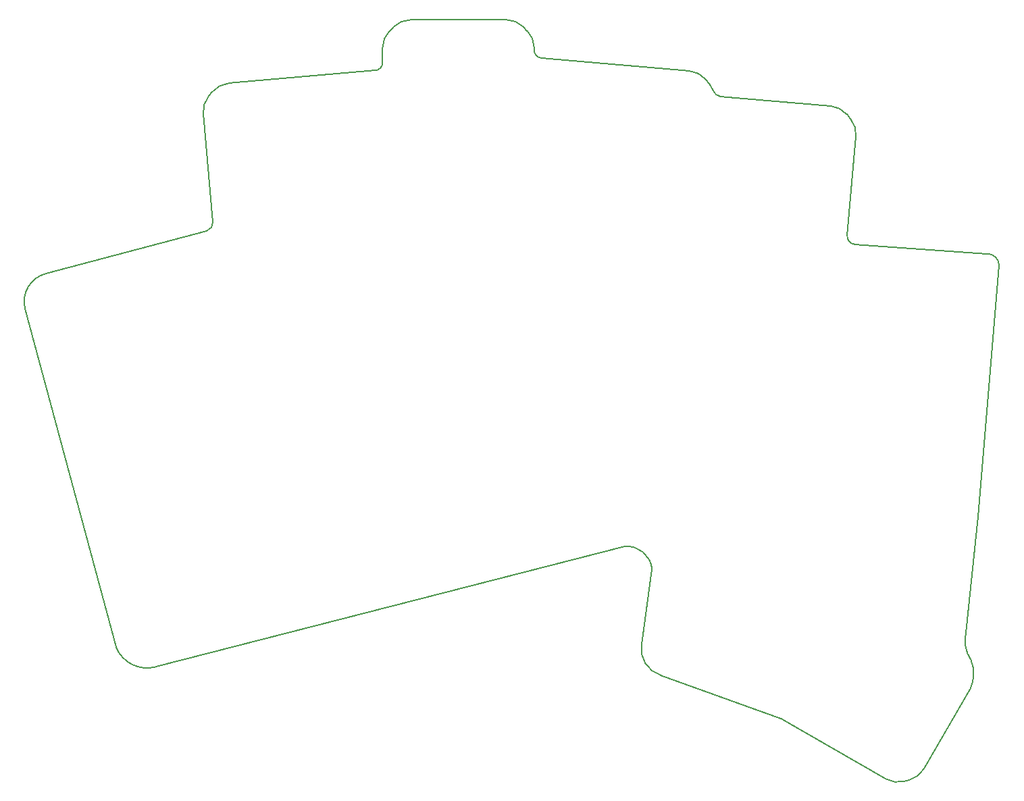
<source format=gbr>
%TF.GenerationSoftware,KiCad,Pcbnew,(5.1.10-1-10_14)*%
%TF.CreationDate,2021-10-09T22:38:14+01:00*%
%TF.ProjectId,architeuthis_dux,61726368-6974-4657-9574-6869735f6475,VERSION_HERE*%
%TF.SameCoordinates,Original*%
%TF.FileFunction,Profile,NP*%
%FSLAX46Y46*%
G04 Gerber Fmt 4.6, Leading zero omitted, Abs format (unit mm)*
G04 Created by KiCad (PCBNEW (5.1.10-1-10_14)) date 2021-10-09 22:38:14*
%MOMM*%
%LPD*%
G01*
G04 APERTURE LIST*
%TA.AperFunction,Profile*%
%ADD10C,0.150000*%
%TD*%
G04 APERTURE END LIST*
D10*
X-6093981Y34125586D02*
G75*
G02*
X-3450000Y38500000I3493981J874414D01*
G01*
X111850001Y-6506079D02*
X113350000Y8000000D01*
X112475697Y-9940603D02*
G75*
G02*
X111850001Y-6506079I3624303J2434525D01*
G01*
X112475697Y-9940604D02*
G75*
G02*
X112413047Y-13494963I-4162649J-1704360D01*
G01*
X72499999Y1449999D02*
X71172239Y-7949321D01*
X69055499Y4300517D02*
G75*
G02*
X72499999Y1449999I294501J-3150517D01*
G01*
X73600000Y-11850001D02*
G75*
G02*
X71172239Y-7949321I1019004J3340075D01*
G01*
X114500000Y41000000D02*
G75*
G02*
X116000000Y39500000I0J-1500000D01*
G01*
X10296959Y-10797441D02*
G75*
G02*
X5320411Y-8341818I-1096959J4047441D01*
G01*
X-6094197Y34126451D02*
X5320411Y-8341818D01*
X69055499Y4300518D02*
X10296959Y-10797441D01*
X-3450000Y38500000D02*
X16699654Y43882860D01*
X16244706Y58564258D02*
X17437027Y44935941D01*
X16244706Y58564258D02*
G75*
G02*
X16935156Y60754088I2988584J261468D01*
G01*
X16935156Y60754088D02*
X17389677Y61295764D01*
X17389677Y61295764D02*
G75*
G02*
X19426343Y62355983I2298131J-1928364D01*
G01*
X19426343Y62355983D02*
X37814054Y63964699D01*
X38726898Y64960892D02*
X38726898Y66819243D01*
X38726898Y66819243D02*
G75*
G02*
X39605580Y68940562I3000000J-3D01*
G01*
X39605580Y68940562D02*
X40105578Y69440560D01*
X40105578Y69440560D02*
G75*
G02*
X42226898Y70319240I2121320J-2121320D01*
G01*
X42226898Y70319240D02*
X54226899Y70319240D01*
X54226899Y70319240D02*
G75*
G02*
X56348220Y69440560I0J-3000001D01*
G01*
X56348220Y69440560D02*
X56848218Y68940560D01*
X56848218Y68940560D02*
G75*
G02*
X57726898Y66819240I-2121320J-2121321D01*
G01*
X57726898Y66819240D02*
X57726899Y66522342D01*
X58639742Y65526146D02*
X77189833Y63903222D01*
X77189833Y63903222D02*
G75*
G02*
X79226499Y62843002I-261466J-2988583D01*
G01*
X79226499Y62843002D02*
X79681019Y62301328D01*
X79681019Y62301328D02*
G75*
G02*
X80208631Y61380519I-2298133J-1928363D01*
G01*
X113350000Y8000000D02*
X116000000Y39500000D01*
X97875623Y42184360D02*
X114500000Y41000000D01*
X81063389Y60720176D02*
X94874396Y59511870D01*
X94874396Y59511870D02*
G75*
G02*
X96911062Y58451648I-261468J-2988584D01*
G01*
X96911062Y58451648D02*
X97365583Y57909972D01*
X97365583Y57909972D02*
G75*
G02*
X98056033Y55720142I-2298133J-1928362D01*
G01*
X96966587Y43267710D02*
X98056033Y55720142D01*
X73600000Y-11850000D02*
X88651435Y-17277713D01*
X112413047Y-13494963D02*
X106580885Y-23570291D01*
X106580884Y-23570292D02*
G75*
G02*
X104759265Y-24968070I-2598076J1500000D01*
G01*
X104759265Y-24968070D02*
X104076254Y-25151083D01*
X104076254Y-25151083D02*
G75*
G02*
X101799795Y-24851382I-776458J2897779D01*
G01*
X88809414Y-17351380D02*
X101799795Y-24851382D01*
X17437027Y44935941D02*
G75*
G02*
X16699654Y43882860I-996193J-87157D01*
G01*
X38726898Y64960892D02*
G75*
G02*
X37814054Y63964699I-999999J1D01*
G01*
X58639742Y65526145D02*
G75*
G02*
X57726899Y66522342I87158J996196D01*
G01*
X81063389Y60720176D02*
G75*
G02*
X80208631Y61380519I87156J996194D01*
G01*
X97875623Y42184360D02*
G75*
G02*
X96966587Y43267710I87157J996193D01*
G01*
X88651434Y-17277713D02*
G75*
G02*
X88809414Y-17351380I-342021J-939693D01*
G01*
M02*

</source>
